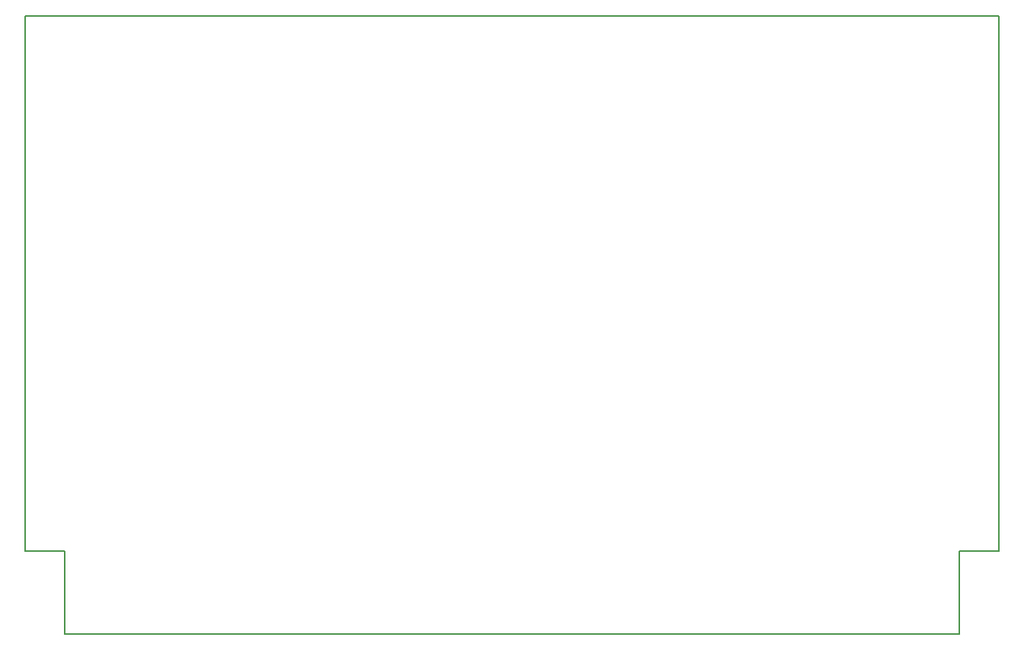
<source format=gbr>
G04 #@! TF.FileFunction,Profile,NP*
%FSLAX46Y46*%
G04 Gerber Fmt 4.6, Leading zero omitted, Abs format (unit mm)*
G04 Created by KiCad (PCBNEW 4.0.1-stable) date 2017-03-07 1:46:45 PM*
%MOMM*%
G01*
G04 APERTURE LIST*
%ADD10C,0.100000*%
%ADD11C,0.150000*%
G04 APERTURE END LIST*
D10*
D11*
X154140100Y-90761000D02*
X149738400Y-90761000D01*
X149738400Y-90761000D02*
X149738400Y-100000000D01*
X50261600Y-90761000D02*
X50261600Y-100000000D01*
X45859900Y-90761000D02*
X50261600Y-90761000D01*
X154140100Y-90761000D02*
X154140100Y-31250000D01*
X45859900Y-90761000D02*
X45859900Y-31250000D01*
X149738400Y-100000000D02*
X50261600Y-100000000D01*
X45859900Y-31250000D02*
X154140100Y-31250000D01*
M02*

</source>
